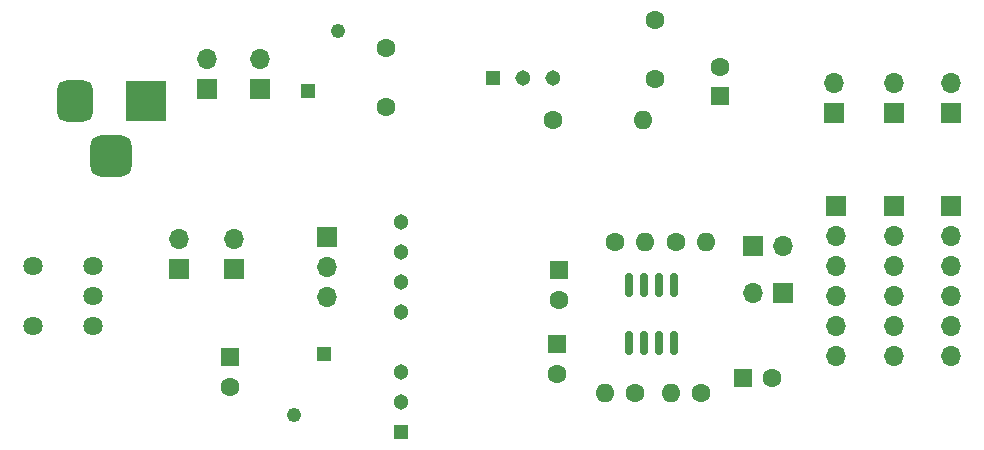
<source format=gts>
%TF.GenerationSoftware,KiCad,Pcbnew,8.0.8*%
%TF.CreationDate,2025-06-29T12:51:07+09:00*%
%TF.ProjectId,PowerSeparate,506f7765-7253-4657-9061-726174652e6b,rev?*%
%TF.SameCoordinates,Original*%
%TF.FileFunction,Soldermask,Top*%
%TF.FilePolarity,Negative*%
%FSLAX46Y46*%
G04 Gerber Fmt 4.6, Leading zero omitted, Abs format (unit mm)*
G04 Created by KiCad (PCBNEW 8.0.8) date 2025-06-29 12:51:07*
%MOMM*%
%LPD*%
G01*
G04 APERTURE LIST*
G04 Aperture macros list*
%AMRoundRect*
0 Rectangle with rounded corners*
0 $1 Rounding radius*
0 $2 $3 $4 $5 $6 $7 $8 $9 X,Y pos of 4 corners*
0 Add a 4 corners polygon primitive as box body*
4,1,4,$2,$3,$4,$5,$6,$7,$8,$9,$2,$3,0*
0 Add four circle primitives for the rounded corners*
1,1,$1+$1,$2,$3*
1,1,$1+$1,$4,$5*
1,1,$1+$1,$6,$7*
1,1,$1+$1,$8,$9*
0 Add four rect primitives between the rounded corners*
20,1,$1+$1,$2,$3,$4,$5,0*
20,1,$1+$1,$4,$5,$6,$7,0*
20,1,$1+$1,$6,$7,$8,$9,0*
20,1,$1+$1,$8,$9,$2,$3,0*%
G04 Aperture macros list end*
%ADD10R,1.600000X1.600000*%
%ADD11C,1.600000*%
%ADD12R,3.500000X3.500000*%
%ADD13RoundRect,0.750000X-0.750000X-1.000000X0.750000X-1.000000X0.750000X1.000000X-0.750000X1.000000X0*%
%ADD14RoundRect,0.875000X-0.875000X-0.875000X0.875000X-0.875000X0.875000X0.875000X-0.875000X0.875000X0*%
%ADD15R,1.700000X1.700000*%
%ADD16O,1.700000X1.700000*%
%ADD17O,1.600000X1.600000*%
%ADD18R,1.303000X1.303000*%
%ADD19C,1.303000*%
%ADD20R,1.217000X1.217000*%
%ADD21C,1.217000*%
%ADD22C,1.635000*%
%ADD23RoundRect,0.150000X0.150000X-0.825000X0.150000X0.825000X-0.150000X0.825000X-0.150000X-0.825000X0*%
%ADD24R,1.305000X1.305000*%
%ADD25C,1.305000*%
G04 APERTURE END LIST*
D10*
%TO.C,C3*%
X114808000Y-88517000D03*
D11*
X114808000Y-91017000D03*
%TD*%
D12*
%TO.C,PwJ1*%
X80041000Y-67907500D03*
D13*
X74041000Y-67907500D03*
D14*
X77041000Y-72607500D03*
%TD*%
D15*
%TO.C,PwJ2*%
X85217000Y-66929000D03*
D16*
X85217000Y-64389000D03*
%TD*%
D10*
%TO.C,C4*%
X130556000Y-91398000D03*
D11*
X133056000Y-91398000D03*
%TD*%
%TO.C,R2*%
X127029000Y-92668000D03*
D17*
X124489000Y-92668000D03*
%TD*%
D10*
%TO.C,PwC3*%
X128637000Y-67524000D03*
D11*
X128637000Y-65024000D03*
%TD*%
D15*
%TO.C,J4*%
X148209000Y-68961000D03*
D16*
X148209000Y-66421000D03*
%TD*%
D11*
%TO.C,R3*%
X124939000Y-79841000D03*
D17*
X127479000Y-79841000D03*
%TD*%
D15*
%TO.C,J3*%
X143383000Y-76835000D03*
D16*
X143383000Y-79375000D03*
X143383000Y-81915000D03*
X143383000Y-84455000D03*
X143383000Y-86995000D03*
X143383000Y-89535000D03*
%TD*%
D15*
%TO.C,J8*%
X133985000Y-84159000D03*
D16*
X131445000Y-84159000D03*
%TD*%
D15*
%TO.C,J2*%
X138430000Y-76835000D03*
D16*
X138430000Y-79375000D03*
X138430000Y-81915000D03*
X138430000Y-84455000D03*
X138430000Y-86995000D03*
X138430000Y-89535000D03*
%TD*%
D10*
%TO.C,C1*%
X87122000Y-89599900D03*
D11*
X87122000Y-92099900D03*
%TD*%
%TO.C,PwC1*%
X100330000Y-68413000D03*
X100330000Y-63413000D03*
%TD*%
D18*
%TO.C,PS1*%
X101600000Y-95900000D03*
D19*
X101600000Y-93360000D03*
X101600000Y-90820000D03*
X101600000Y-85740000D03*
X101600000Y-83200000D03*
X101600000Y-80660000D03*
X101600000Y-78120000D03*
%TD*%
D10*
%TO.C,C2*%
X114999900Y-82254000D03*
D11*
X114999900Y-84754000D03*
%TD*%
D15*
%TO.C,J6*%
X138303000Y-68961000D03*
D16*
X138303000Y-66421000D03*
%TD*%
D15*
%TO.C,J9*%
X131445000Y-80222000D03*
D16*
X133985000Y-80222000D03*
%TD*%
D20*
%TO.C,PwF2*%
X95148000Y-89356000D03*
D21*
X92558000Y-94456000D03*
%TD*%
D15*
%TO.C,J7*%
X148209000Y-76835000D03*
D16*
X148209000Y-79375000D03*
X148209000Y-81915000D03*
X148209000Y-84455000D03*
X148209000Y-86995000D03*
X148209000Y-89535000D03*
%TD*%
D20*
%TO.C,PwF1*%
X93726000Y-67056000D03*
D21*
X96316000Y-61956000D03*
%TD*%
D15*
%TO.C,PwJ5*%
X87503000Y-82174000D03*
D16*
X87503000Y-79634000D03*
%TD*%
D22*
%TO.C,PwS1*%
X75565000Y-87000000D03*
X75565000Y-84460000D03*
X75565000Y-81920000D03*
X70485000Y-81920000D03*
X70485000Y-87000000D03*
%TD*%
D11*
%TO.C,PwL1*%
X114540000Y-69556000D03*
D17*
X122160000Y-69556000D03*
%TD*%
D15*
%TO.C,J1*%
X95377000Y-79460000D03*
D16*
X95377000Y-82000000D03*
X95377000Y-84540000D03*
%TD*%
D23*
%TO.C,U1*%
X120904000Y-88412000D03*
X122174000Y-88412000D03*
X123444000Y-88412000D03*
X124714000Y-88412000D03*
X124714000Y-83462000D03*
X123444000Y-83462000D03*
X122174000Y-83462000D03*
X120904000Y-83462000D03*
%TD*%
D11*
%TO.C,R1*%
X121412000Y-92668000D03*
D17*
X118872000Y-92668000D03*
%TD*%
D15*
%TO.C,J5*%
X143383000Y-68961000D03*
D16*
X143383000Y-66421000D03*
%TD*%
D11*
%TO.C,R4*%
X119732000Y-79841000D03*
D17*
X122272000Y-79841000D03*
%TD*%
D11*
%TO.C,PwC2*%
X123176000Y-66087000D03*
X123176000Y-61087000D03*
%TD*%
D15*
%TO.C,PwJ4*%
X89662000Y-66929000D03*
D16*
X89662000Y-64389000D03*
%TD*%
D24*
%TO.C,PwIC1*%
X109460000Y-66000000D03*
D25*
X112000000Y-66000000D03*
X114540000Y-66000000D03*
%TD*%
D15*
%TO.C,PwJ3*%
X82804000Y-82169000D03*
D16*
X82804000Y-79629000D03*
%TD*%
M02*

</source>
